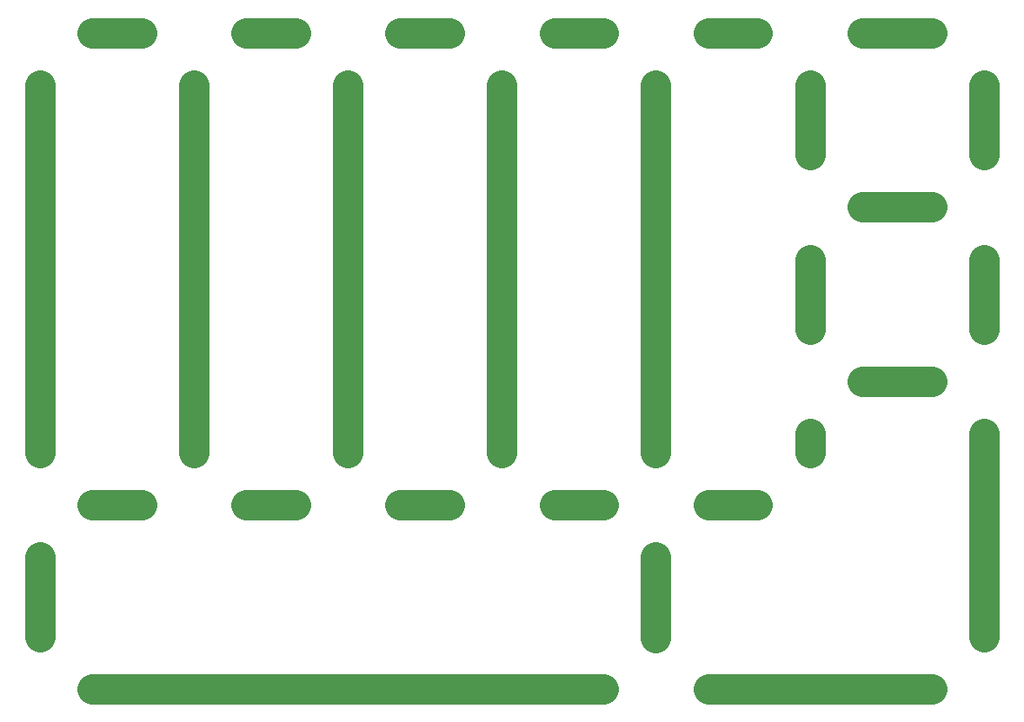
<source format=gbr>
G04 #@! TF.GenerationSoftware,KiCad,Pcbnew,(5.1.4)-1*
G04 #@! TF.CreationDate,2020-11-25T11:02:32-08:00*
G04 #@! TF.ProjectId,ufc_v4_displays_panel,7566635f-7634-45f6-9469-73706c617973,rev?*
G04 #@! TF.SameCoordinates,Original*
G04 #@! TF.FileFunction,Other,ECO1*
%FSLAX46Y46*%
G04 Gerber Fmt 4.6, Leading zero omitted, Abs format (unit mm)*
G04 Created by KiCad (PCBNEW (5.1.4)-1) date 2020-11-25 11:02:32*
%MOMM*%
%LPD*%
G04 APERTURE LIST*
%ADD10C,3.000000*%
G04 APERTURE END LIST*
D10*
X57137500Y-85652000D02*
X57137500Y-93442000D01*
X107237500Y-80542000D02*
X112027500Y-80542000D01*
X92237500Y-80542000D02*
X97027500Y-80542000D01*
X77237500Y-80542000D02*
X82027500Y-80542000D01*
X62247500Y-80542000D02*
X67027500Y-80542000D01*
X57137500Y-39652000D02*
X57137500Y-75432000D01*
X72137500Y-75432000D02*
X72137500Y-39652000D01*
X87137500Y-39652000D02*
X87137500Y-75432000D01*
X102137500Y-39652000D02*
X102137500Y-75432000D01*
X82027500Y-34542000D02*
X77247500Y-34542000D01*
X67027500Y-34542000D02*
X62237500Y-34542000D01*
X97027500Y-34542000D02*
X92247500Y-34542000D01*
X112027500Y-34542000D02*
X107237500Y-34542000D01*
X127027500Y-34542000D02*
X122247500Y-34542000D01*
X117137500Y-75432000D02*
X117137500Y-39652000D01*
X117137500Y-85652000D02*
X117137500Y-93542000D01*
X127027500Y-80542000D02*
X122247500Y-80542000D01*
X132137500Y-73652000D02*
X132137500Y-75432000D01*
X137247500Y-68542000D02*
X144027500Y-68542000D01*
X132137500Y-56652000D02*
X132137500Y-63432000D01*
X137247500Y-51542000D02*
X144027500Y-51542000D01*
X132137500Y-39652000D02*
X132137500Y-46442000D01*
X144027500Y-34542000D02*
X137247500Y-34542000D01*
X149137500Y-46432000D02*
X149137500Y-39652000D01*
X149137500Y-63442000D02*
X149137500Y-56652000D01*
X149137500Y-93432000D02*
X149137500Y-73652000D01*
X122247500Y-98542000D02*
X144027500Y-98542000D01*
X62237500Y-98542000D02*
X112027500Y-98542000D01*
X117137500Y-93432000D02*
X117137500Y-93442000D01*
X112027500Y-98542000D02*
X112037500Y-98542000D01*
X122237500Y-98542000D02*
X122247500Y-98542000D01*
X149137500Y-63442000D02*
X149137500Y-63432000D01*
X149137500Y-73652000D02*
X149137500Y-73642000D01*
X144027500Y-68542000D02*
X144037500Y-68542000D01*
X144027500Y-34542000D02*
X144037500Y-34542000D01*
X149137500Y-39652000D02*
X149137500Y-39642000D01*
X62247500Y-34542000D02*
X62237500Y-34542000D01*
X57137500Y-39652000D02*
X57137500Y-39642000D01*
X62247500Y-98542000D02*
X62237500Y-98542000D01*
X57137500Y-93432000D02*
X57137500Y-93442000D01*
X144027500Y-98542000D02*
X144037500Y-98542000D01*
X149137500Y-93432000D02*
X149137500Y-93442000D01*
X112037500Y-80542000D02*
X112027500Y-80542000D01*
X117137500Y-85652000D02*
X117137500Y-85642000D01*
X117137500Y-75442000D02*
X117137500Y-75432000D01*
X122247500Y-80542000D02*
X122237500Y-80542000D01*
X132137500Y-75432000D02*
X132137500Y-75442000D01*
X127027500Y-80542000D02*
X127037500Y-80542000D01*
X137247500Y-68542000D02*
X137237500Y-68542000D01*
X132137500Y-63432000D02*
X132137500Y-63442000D01*
X132137500Y-73642000D02*
X132137500Y-73652000D01*
X132137500Y-56642000D02*
X132137500Y-56652000D01*
X132137500Y-46432000D02*
X132137500Y-46442000D01*
X137247500Y-51542000D02*
X137237500Y-51542000D01*
X102137500Y-75432000D02*
X102137500Y-75442000D01*
X97027500Y-80542000D02*
X97037500Y-80542000D01*
X107237500Y-80542000D02*
X107247500Y-80542000D01*
X92237500Y-80542000D02*
X92247500Y-80542000D01*
X82027500Y-80542000D02*
X82037500Y-80542000D01*
X87137500Y-75432000D02*
X87137500Y-75442000D01*
X72137500Y-75432000D02*
X72137500Y-75442000D01*
X67027500Y-80542000D02*
X67037500Y-80542000D01*
X77237500Y-80542000D02*
X77247500Y-80542000D01*
X57137500Y-85642000D02*
X57137500Y-85652000D01*
X57137500Y-75432000D02*
X57137500Y-75442000D01*
X62247500Y-80542000D02*
X62237500Y-80542000D01*
X144027500Y-51542000D02*
X144037500Y-51542000D01*
X149137500Y-56652000D02*
X149137500Y-56642000D01*
X149137500Y-46442000D02*
X149137500Y-46432000D01*
X132137500Y-39652000D02*
X132137500Y-39642000D01*
X137247500Y-34542000D02*
X137237500Y-34542000D01*
X127037500Y-34542000D02*
X127027500Y-34542000D01*
X112037500Y-34542000D02*
X112027500Y-34542000D01*
X122247500Y-34542000D02*
X122237500Y-34542000D01*
X117137500Y-39652000D02*
X117137500Y-39642000D01*
X102137500Y-39652000D02*
X102137500Y-39642000D01*
X107247500Y-34542000D02*
X107237500Y-34542000D01*
X97037500Y-34542000D02*
X97027500Y-34542000D01*
X82037500Y-34542000D02*
X82027500Y-34542000D01*
X92247500Y-34542000D02*
X92237500Y-34542000D01*
X87137500Y-39652000D02*
X87137500Y-39642000D01*
X72137500Y-39652000D02*
X72137500Y-39642000D01*
X77247500Y-34542000D02*
X77237500Y-34542000D01*
X67037500Y-34542000D02*
X67027500Y-34542000D01*
M02*

</source>
